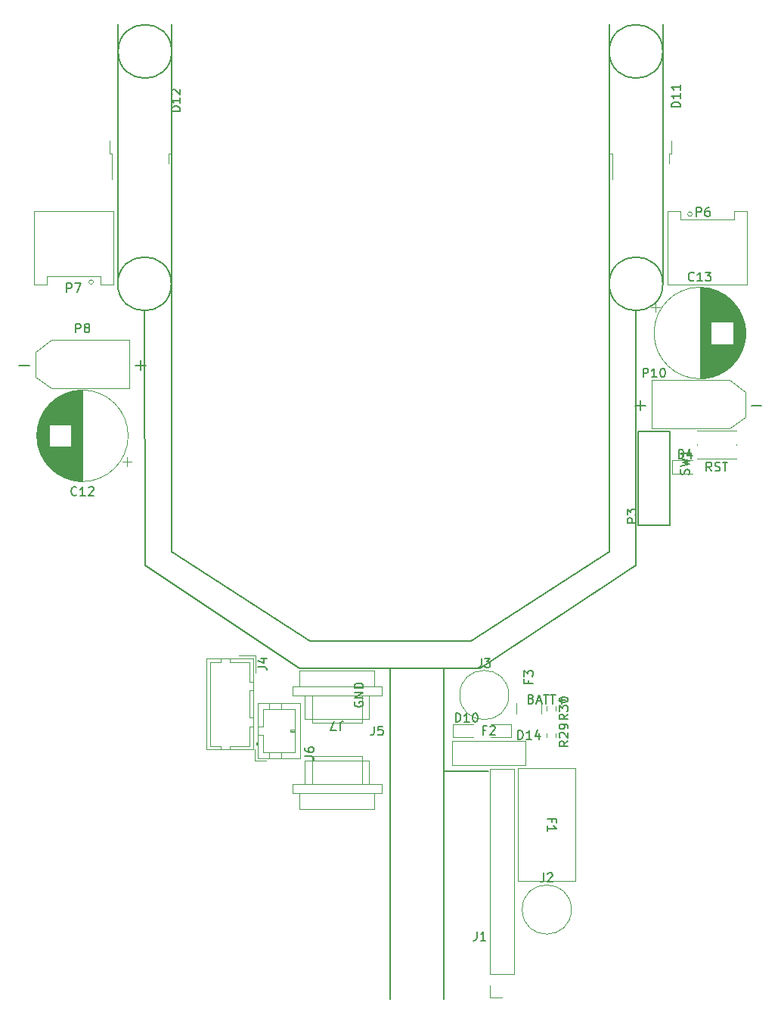
<source format=gbr>
G04 #@! TF.GenerationSoftware,KiCad,Pcbnew,(6.0.8)*
G04 #@! TF.CreationDate,2022-11-30T08:40:48+09:00*
G04 #@! TF.ProjectId,ORION_boost_v3,4f52494f-4e5f-4626-9f6f-73745f76332e,rev?*
G04 #@! TF.SameCoordinates,Original*
G04 #@! TF.FileFunction,Legend,Top*
G04 #@! TF.FilePolarity,Positive*
%FSLAX46Y46*%
G04 Gerber Fmt 4.6, Leading zero omitted, Abs format (unit mm)*
G04 Created by KiCad (PCBNEW (6.0.8)) date 2022-11-30 08:40:48*
%MOMM*%
%LPD*%
G01*
G04 APERTURE LIST*
%ADD10C,0.150000*%
%ADD11C,0.120000*%
%ADD12C,0.200000*%
G04 APERTURE END LIST*
D10*
X100500000Y-109000000D02*
X100500000Y-50000000D01*
X125000000Y-122000000D02*
X125000000Y-159000000D01*
X116000000Y-119000000D02*
X134000000Y-119000000D01*
X149500000Y-50000000D02*
X149500000Y-109000000D01*
X100500000Y-53000000D02*
G75*
G03*
X100500000Y-53000000I-3000000J0D01*
G01*
X155500000Y-53000000D02*
G75*
G03*
X155500000Y-53000000I-3000000J0D01*
G01*
X155500000Y-79000000D02*
G75*
G03*
X155500000Y-79000000I-3000000J0D01*
G01*
X100460000Y-79000000D02*
G75*
G03*
X100460000Y-79000000I-3000000J0D01*
G01*
X97460000Y-82000000D02*
X97500000Y-110500000D01*
X97500000Y-110500000D02*
X114800000Y-122000000D01*
X152500000Y-110500000D02*
X135000000Y-122000000D01*
X155500000Y-79000000D02*
X155500000Y-50000000D01*
X116000000Y-119000000D02*
X100500000Y-109000000D01*
X134000000Y-119000000D02*
X149500000Y-109000000D01*
X114800000Y-122000000D02*
X135000000Y-122000000D01*
X131000000Y-133500000D02*
X136000000Y-133500000D01*
X94500000Y-50000000D02*
X94460000Y-79000000D01*
X131000000Y-159000000D02*
X131000000Y-122000000D01*
X152500000Y-82000000D02*
X152500000Y-110500000D01*
X140761904Y-125428571D02*
X140904761Y-125476190D01*
X140952380Y-125523809D01*
X141000000Y-125619047D01*
X141000000Y-125761904D01*
X140952380Y-125857142D01*
X140904761Y-125904761D01*
X140809523Y-125952380D01*
X140428571Y-125952380D01*
X140428571Y-124952380D01*
X140761904Y-124952380D01*
X140857142Y-125000000D01*
X140904761Y-125047619D01*
X140952380Y-125142857D01*
X140952380Y-125238095D01*
X140904761Y-125333333D01*
X140857142Y-125380952D01*
X140761904Y-125428571D01*
X140428571Y-125428571D01*
X141380952Y-125666666D02*
X141857142Y-125666666D01*
X141285714Y-125952380D02*
X141619047Y-124952380D01*
X141952380Y-125952380D01*
X142142857Y-124952380D02*
X142714285Y-124952380D01*
X142428571Y-125952380D02*
X142428571Y-124952380D01*
X142904761Y-124952380D02*
X143476190Y-124952380D01*
X143190476Y-125952380D02*
X143190476Y-124952380D01*
X143809523Y-125571428D02*
X144571428Y-125571428D01*
X144190476Y-125952380D02*
X144190476Y-125190476D01*
X160952380Y-99952380D02*
X160619047Y-99476190D01*
X160380952Y-99952380D02*
X160380952Y-98952380D01*
X160761904Y-98952380D01*
X160857142Y-99000000D01*
X160904761Y-99047619D01*
X160952380Y-99142857D01*
X160952380Y-99285714D01*
X160904761Y-99380952D01*
X160857142Y-99428571D01*
X160761904Y-99476190D01*
X160380952Y-99476190D01*
X161333333Y-99904761D02*
X161476190Y-99952380D01*
X161714285Y-99952380D01*
X161809523Y-99904761D01*
X161857142Y-99857142D01*
X161904761Y-99761904D01*
X161904761Y-99666666D01*
X161857142Y-99571428D01*
X161809523Y-99523809D01*
X161714285Y-99476190D01*
X161523809Y-99428571D01*
X161428571Y-99380952D01*
X161380952Y-99333333D01*
X161333333Y-99238095D01*
X161333333Y-99142857D01*
X161380952Y-99047619D01*
X161428571Y-99000000D01*
X161523809Y-98952380D01*
X161761904Y-98952380D01*
X161904761Y-99000000D01*
X162190476Y-98952380D02*
X162761904Y-98952380D01*
X162476190Y-99952380D02*
X162476190Y-98952380D01*
X121000000Y-125761904D02*
X120952380Y-125857142D01*
X120952380Y-126000000D01*
X121000000Y-126142857D01*
X121095238Y-126238095D01*
X121190476Y-126285714D01*
X121380952Y-126333333D01*
X121523809Y-126333333D01*
X121714285Y-126285714D01*
X121809523Y-126238095D01*
X121904761Y-126142857D01*
X121952380Y-126000000D01*
X121952380Y-125904761D01*
X121904761Y-125761904D01*
X121857142Y-125714285D01*
X121523809Y-125714285D01*
X121523809Y-125904761D01*
X121952380Y-125285714D02*
X120952380Y-125285714D01*
X121952380Y-124714285D01*
X120952380Y-124714285D01*
X121952380Y-124238095D02*
X120952380Y-124238095D01*
X120952380Y-124000000D01*
X121000000Y-123857142D01*
X121095238Y-123761904D01*
X121190476Y-123714285D01*
X121380952Y-123666666D01*
X121523809Y-123666666D01*
X121714285Y-123714285D01*
X121809523Y-123761904D01*
X121904761Y-123857142D01*
X121952380Y-124000000D01*
X121952380Y-124238095D01*
X159261904Y-71452380D02*
X159261904Y-70452380D01*
X159642857Y-70452380D01*
X159738095Y-70500000D01*
X159785714Y-70547619D01*
X159833333Y-70642857D01*
X159833333Y-70785714D01*
X159785714Y-70880952D01*
X159738095Y-70928571D01*
X159642857Y-70976190D01*
X159261904Y-70976190D01*
X160690476Y-70452380D02*
X160500000Y-70452380D01*
X160404761Y-70500000D01*
X160357142Y-70547619D01*
X160261904Y-70690476D01*
X160214285Y-70880952D01*
X160214285Y-71261904D01*
X160261904Y-71357142D01*
X160309523Y-71404761D01*
X160404761Y-71452380D01*
X160595238Y-71452380D01*
X160690476Y-71404761D01*
X160738095Y-71357142D01*
X160785714Y-71261904D01*
X160785714Y-71023809D01*
X160738095Y-70928571D01*
X160690476Y-70880952D01*
X160595238Y-70833333D01*
X160404761Y-70833333D01*
X160309523Y-70880952D01*
X160261904Y-70928571D01*
X160214285Y-71023809D01*
X89761904Y-84452380D02*
X89761904Y-83452380D01*
X90142857Y-83452380D01*
X90238095Y-83500000D01*
X90285714Y-83547619D01*
X90333333Y-83642857D01*
X90333333Y-83785714D01*
X90285714Y-83880952D01*
X90238095Y-83928571D01*
X90142857Y-83976190D01*
X89761904Y-83976190D01*
X90904761Y-83880952D02*
X90809523Y-83833333D01*
X90761904Y-83785714D01*
X90714285Y-83690476D01*
X90714285Y-83642857D01*
X90761904Y-83547619D01*
X90809523Y-83500000D01*
X90904761Y-83452380D01*
X91095238Y-83452380D01*
X91190476Y-83500000D01*
X91238095Y-83547619D01*
X91285714Y-83642857D01*
X91285714Y-83690476D01*
X91238095Y-83785714D01*
X91190476Y-83833333D01*
X91095238Y-83880952D01*
X90904761Y-83880952D01*
X90809523Y-83928571D01*
X90761904Y-83976190D01*
X90714285Y-84071428D01*
X90714285Y-84261904D01*
X90761904Y-84357142D01*
X90809523Y-84404761D01*
X90904761Y-84452380D01*
X91095238Y-84452380D01*
X91190476Y-84404761D01*
X91238095Y-84357142D01*
X91285714Y-84261904D01*
X91285714Y-84071428D01*
X91238095Y-83976190D01*
X91190476Y-83928571D01*
X91095238Y-83880952D01*
X96428571Y-88107142D02*
X97571428Y-88107142D01*
X97000000Y-88678571D02*
X97000000Y-87535714D01*
X83428571Y-88107142D02*
X84571428Y-88107142D01*
X119333333Y-128958619D02*
X119333333Y-128244333D01*
X119380952Y-128101476D01*
X119476190Y-128006238D01*
X119619047Y-127958619D01*
X119714285Y-127958619D01*
X118952380Y-128958619D02*
X118285714Y-128958619D01*
X118714285Y-127958619D01*
X110152380Y-121833333D02*
X110866666Y-121833333D01*
X111009523Y-121880952D01*
X111104761Y-121976190D01*
X111152380Y-122119047D01*
X111152380Y-122214285D01*
X110485714Y-120928571D02*
X111152380Y-120928571D01*
X110104761Y-121166666D02*
X110819047Y-121404761D01*
X110819047Y-120785714D01*
X157452380Y-59214285D02*
X156452380Y-59214285D01*
X156452380Y-58976190D01*
X156500000Y-58833333D01*
X156595238Y-58738095D01*
X156690476Y-58690476D01*
X156880952Y-58642857D01*
X157023809Y-58642857D01*
X157214285Y-58690476D01*
X157309523Y-58738095D01*
X157404761Y-58833333D01*
X157452380Y-58976190D01*
X157452380Y-59214285D01*
X157452380Y-57690476D02*
X157452380Y-58261904D01*
X157452380Y-57976190D02*
X156452380Y-57976190D01*
X156595238Y-58071428D01*
X156690476Y-58166666D01*
X156738095Y-58261904D01*
X157452380Y-56738095D02*
X157452380Y-57309523D01*
X157452380Y-57023809D02*
X156452380Y-57023809D01*
X156595238Y-57119047D01*
X156690476Y-57214285D01*
X156738095Y-57309523D01*
X144882380Y-127142857D02*
X144406190Y-127476190D01*
X144882380Y-127714285D02*
X143882380Y-127714285D01*
X143882380Y-127333333D01*
X143930000Y-127238095D01*
X143977619Y-127190476D01*
X144072857Y-127142857D01*
X144215714Y-127142857D01*
X144310952Y-127190476D01*
X144358571Y-127238095D01*
X144406190Y-127333333D01*
X144406190Y-127714285D01*
X143882380Y-126809523D02*
X143882380Y-126190476D01*
X144263333Y-126523809D01*
X144263333Y-126380952D01*
X144310952Y-126285714D01*
X144358571Y-126238095D01*
X144453809Y-126190476D01*
X144691904Y-126190476D01*
X144787142Y-126238095D01*
X144834761Y-126285714D01*
X144882380Y-126380952D01*
X144882380Y-126666666D01*
X144834761Y-126761904D01*
X144787142Y-126809523D01*
X143882380Y-125571428D02*
X143882380Y-125476190D01*
X143930000Y-125380952D01*
X143977619Y-125333333D01*
X144072857Y-125285714D01*
X144263333Y-125238095D01*
X144501428Y-125238095D01*
X144691904Y-125285714D01*
X144787142Y-125333333D01*
X144834761Y-125380952D01*
X144882380Y-125476190D01*
X144882380Y-125571428D01*
X144834761Y-125666666D01*
X144787142Y-125714285D01*
X144691904Y-125761904D01*
X144501428Y-125809523D01*
X144263333Y-125809523D01*
X144072857Y-125761904D01*
X143977619Y-125714285D01*
X143930000Y-125666666D01*
X143882380Y-125571428D01*
X144882380Y-130142857D02*
X144406190Y-130476190D01*
X144882380Y-130714285D02*
X143882380Y-130714285D01*
X143882380Y-130333333D01*
X143930000Y-130238095D01*
X143977619Y-130190476D01*
X144072857Y-130142857D01*
X144215714Y-130142857D01*
X144310952Y-130190476D01*
X144358571Y-130238095D01*
X144406190Y-130333333D01*
X144406190Y-130714285D01*
X143977619Y-129761904D02*
X143930000Y-129714285D01*
X143882380Y-129619047D01*
X143882380Y-129380952D01*
X143930000Y-129285714D01*
X143977619Y-129238095D01*
X144072857Y-129190476D01*
X144168095Y-129190476D01*
X144310952Y-129238095D01*
X144882380Y-129809523D01*
X144882380Y-129190476D01*
X144882380Y-128714285D02*
X144882380Y-128523809D01*
X144834761Y-128428571D01*
X144787142Y-128380952D01*
X144644285Y-128285714D01*
X144453809Y-128238095D01*
X144072857Y-128238095D01*
X143977619Y-128285714D01*
X143930000Y-128333333D01*
X143882380Y-128428571D01*
X143882380Y-128619047D01*
X143930000Y-128714285D01*
X143977619Y-128761904D01*
X144072857Y-128809523D01*
X144310952Y-128809523D01*
X144406190Y-128761904D01*
X144453809Y-128714285D01*
X144501428Y-128619047D01*
X144501428Y-128428571D01*
X144453809Y-128333333D01*
X144406190Y-128285714D01*
X144310952Y-128238095D01*
X135666666Y-128928571D02*
X135333333Y-128928571D01*
X135333333Y-129452380D02*
X135333333Y-128452380D01*
X135809523Y-128452380D01*
X136142857Y-128547619D02*
X136190476Y-128500000D01*
X136285714Y-128452380D01*
X136523809Y-128452380D01*
X136619047Y-128500000D01*
X136666666Y-128547619D01*
X136714285Y-128642857D01*
X136714285Y-128738095D01*
X136666666Y-128880952D01*
X136095238Y-129452380D01*
X136714285Y-129452380D01*
X134666666Y-151452380D02*
X134666666Y-152166666D01*
X134619047Y-152309523D01*
X134523809Y-152404761D01*
X134380952Y-152452380D01*
X134285714Y-152452380D01*
X135666666Y-152452380D02*
X135095238Y-152452380D01*
X135380952Y-152452380D02*
X135380952Y-151452380D01*
X135285714Y-151595238D01*
X135190476Y-151690476D01*
X135095238Y-151738095D01*
X140428571Y-123333333D02*
X140428571Y-123666666D01*
X140952380Y-123666666D02*
X139952380Y-123666666D01*
X139952380Y-123190476D01*
X139952380Y-122904761D02*
X139952380Y-122285714D01*
X140333333Y-122619047D01*
X140333333Y-122476190D01*
X140380952Y-122380952D01*
X140428571Y-122333333D01*
X140523809Y-122285714D01*
X140761904Y-122285714D01*
X140857142Y-122333333D01*
X140904761Y-122380952D01*
X140952380Y-122476190D01*
X140952380Y-122761904D01*
X140904761Y-122857142D01*
X140857142Y-122904761D01*
X142166666Y-144904380D02*
X142166666Y-145618666D01*
X142119047Y-145761523D01*
X142023809Y-145856761D01*
X141880952Y-145904380D01*
X141785714Y-145904380D01*
X142595238Y-144999619D02*
X142642857Y-144952000D01*
X142738095Y-144904380D01*
X142976190Y-144904380D01*
X143071428Y-144952000D01*
X143119047Y-144999619D01*
X143166666Y-145094857D01*
X143166666Y-145190095D01*
X143119047Y-145332952D01*
X142547619Y-145904380D01*
X143166666Y-145904380D01*
X139285714Y-129952380D02*
X139285714Y-128952380D01*
X139523809Y-128952380D01*
X139666666Y-129000000D01*
X139761904Y-129095238D01*
X139809523Y-129190476D01*
X139857142Y-129380952D01*
X139857142Y-129523809D01*
X139809523Y-129714285D01*
X139761904Y-129809523D01*
X139666666Y-129904761D01*
X139523809Y-129952380D01*
X139285714Y-129952380D01*
X140809523Y-129952380D02*
X140238095Y-129952380D01*
X140523809Y-129952380D02*
X140523809Y-128952380D01*
X140428571Y-129095238D01*
X140333333Y-129190476D01*
X140238095Y-129238095D01*
X141666666Y-129285714D02*
X141666666Y-129952380D01*
X141428571Y-128904761D02*
X141190476Y-129619047D01*
X141809523Y-129619047D01*
X153285714Y-89452380D02*
X153285714Y-88452380D01*
X153666666Y-88452380D01*
X153761904Y-88500000D01*
X153809523Y-88547619D01*
X153857142Y-88642857D01*
X153857142Y-88785714D01*
X153809523Y-88880952D01*
X153761904Y-88928571D01*
X153666666Y-88976190D01*
X153285714Y-88976190D01*
X154809523Y-89452380D02*
X154238095Y-89452380D01*
X154523809Y-89452380D02*
X154523809Y-88452380D01*
X154428571Y-88595238D01*
X154333333Y-88690476D01*
X154238095Y-88738095D01*
X155428571Y-88452380D02*
X155523809Y-88452380D01*
X155619047Y-88500000D01*
X155666666Y-88547619D01*
X155714285Y-88642857D01*
X155761904Y-88833333D01*
X155761904Y-89071428D01*
X155714285Y-89261904D01*
X155666666Y-89357142D01*
X155619047Y-89404761D01*
X155523809Y-89452380D01*
X155428571Y-89452380D01*
X155333333Y-89404761D01*
X155285714Y-89357142D01*
X155238095Y-89261904D01*
X155190476Y-89071428D01*
X155190476Y-88833333D01*
X155238095Y-88642857D01*
X155285714Y-88547619D01*
X155333333Y-88500000D01*
X155428571Y-88452380D01*
X165428571Y-92607142D02*
X166571428Y-92607142D01*
X152428571Y-92607142D02*
X153571428Y-92607142D01*
X153000000Y-93178571D02*
X153000000Y-92035714D01*
X157261904Y-98522380D02*
X157261904Y-97522380D01*
X157500000Y-97522380D01*
X157642857Y-97570000D01*
X157738095Y-97665238D01*
X157785714Y-97760476D01*
X157833333Y-97950952D01*
X157833333Y-98093809D01*
X157785714Y-98284285D01*
X157738095Y-98379523D01*
X157642857Y-98474761D01*
X157500000Y-98522380D01*
X157261904Y-98522380D01*
X158690476Y-97855714D02*
X158690476Y-98522380D01*
X158452380Y-97474761D02*
X158214285Y-98189047D01*
X158833333Y-98189047D01*
X143071428Y-139166666D02*
X143071428Y-138833333D01*
X142547619Y-138833333D02*
X143547619Y-138833333D01*
X143547619Y-139309523D01*
X142547619Y-140214285D02*
X142547619Y-139642857D01*
X142547619Y-139928571D02*
X143547619Y-139928571D01*
X143404761Y-139833333D01*
X143309523Y-139738095D01*
X143261904Y-139642857D01*
X132285714Y-128022380D02*
X132285714Y-127022380D01*
X132523809Y-127022380D01*
X132666666Y-127070000D01*
X132761904Y-127165238D01*
X132809523Y-127260476D01*
X132857142Y-127450952D01*
X132857142Y-127593809D01*
X132809523Y-127784285D01*
X132761904Y-127879523D01*
X132666666Y-127974761D01*
X132523809Y-128022380D01*
X132285714Y-128022380D01*
X133809523Y-128022380D02*
X133238095Y-128022380D01*
X133523809Y-128022380D02*
X133523809Y-127022380D01*
X133428571Y-127165238D01*
X133333333Y-127260476D01*
X133238095Y-127308095D01*
X134428571Y-127022380D02*
X134523809Y-127022380D01*
X134619047Y-127070000D01*
X134666666Y-127117619D01*
X134714285Y-127212857D01*
X134761904Y-127403333D01*
X134761904Y-127641428D01*
X134714285Y-127831904D01*
X134666666Y-127927142D01*
X134619047Y-127974761D01*
X134523809Y-128022380D01*
X134428571Y-128022380D01*
X134333333Y-127974761D01*
X134285714Y-127927142D01*
X134238095Y-127831904D01*
X134190476Y-127641428D01*
X134190476Y-127403333D01*
X134238095Y-127212857D01*
X134285714Y-127117619D01*
X134333333Y-127070000D01*
X134428571Y-127022380D01*
X135166666Y-120904380D02*
X135166666Y-121618666D01*
X135119047Y-121761523D01*
X135023809Y-121856761D01*
X134880952Y-121904380D01*
X134785714Y-121904380D01*
X135547619Y-120904380D02*
X136166666Y-120904380D01*
X135833333Y-121285333D01*
X135976190Y-121285333D01*
X136071428Y-121332952D01*
X136119047Y-121380571D01*
X136166666Y-121475809D01*
X136166666Y-121713904D01*
X136119047Y-121809142D01*
X136071428Y-121856761D01*
X135976190Y-121904380D01*
X135690476Y-121904380D01*
X135595238Y-121856761D01*
X135547619Y-121809142D01*
X158989465Y-78607142D02*
X158941846Y-78654761D01*
X158798989Y-78702380D01*
X158703751Y-78702380D01*
X158560894Y-78654761D01*
X158465656Y-78559523D01*
X158418037Y-78464285D01*
X158370418Y-78273809D01*
X158370418Y-78130952D01*
X158418037Y-77940476D01*
X158465656Y-77845238D01*
X158560894Y-77750000D01*
X158703751Y-77702380D01*
X158798989Y-77702380D01*
X158941846Y-77750000D01*
X158989465Y-77797619D01*
X159941846Y-78702380D02*
X159370418Y-78702380D01*
X159656132Y-78702380D02*
X159656132Y-77702380D01*
X159560894Y-77845238D01*
X159465656Y-77940476D01*
X159370418Y-77988095D01*
X160275180Y-77702380D02*
X160894227Y-77702380D01*
X160560894Y-78083333D01*
X160703751Y-78083333D01*
X160798989Y-78130952D01*
X160846608Y-78178571D01*
X160894227Y-78273809D01*
X160894227Y-78511904D01*
X160846608Y-78607142D01*
X160798989Y-78654761D01*
X160703751Y-78702380D01*
X160418037Y-78702380D01*
X160322799Y-78654761D01*
X160275180Y-78607142D01*
X88761904Y-79952380D02*
X88761904Y-78952380D01*
X89142857Y-78952380D01*
X89238095Y-79000000D01*
X89285714Y-79047619D01*
X89333333Y-79142857D01*
X89333333Y-79285714D01*
X89285714Y-79380952D01*
X89238095Y-79428571D01*
X89142857Y-79476190D01*
X88761904Y-79476190D01*
X89666666Y-78952380D02*
X90333333Y-78952380D01*
X89904761Y-79952380D01*
X89857142Y-102607142D02*
X89809523Y-102654761D01*
X89666666Y-102702380D01*
X89571428Y-102702380D01*
X89428571Y-102654761D01*
X89333333Y-102559523D01*
X89285714Y-102464285D01*
X89238095Y-102273809D01*
X89238095Y-102130952D01*
X89285714Y-101940476D01*
X89333333Y-101845238D01*
X89428571Y-101750000D01*
X89571428Y-101702380D01*
X89666666Y-101702380D01*
X89809523Y-101750000D01*
X89857142Y-101797619D01*
X90809523Y-102702380D02*
X90238095Y-102702380D01*
X90523809Y-102702380D02*
X90523809Y-101702380D01*
X90428571Y-101845238D01*
X90333333Y-101940476D01*
X90238095Y-101988095D01*
X91190476Y-101797619D02*
X91238095Y-101750000D01*
X91333333Y-101702380D01*
X91571428Y-101702380D01*
X91666666Y-101750000D01*
X91714285Y-101797619D01*
X91761904Y-101892857D01*
X91761904Y-101988095D01*
X91714285Y-102130952D01*
X91142857Y-102702380D01*
X91761904Y-102702380D01*
X101452380Y-59714285D02*
X100452380Y-59714285D01*
X100452380Y-59476190D01*
X100500000Y-59333333D01*
X100595238Y-59238095D01*
X100690476Y-59190476D01*
X100880952Y-59142857D01*
X101023809Y-59142857D01*
X101214285Y-59190476D01*
X101309523Y-59238095D01*
X101404761Y-59333333D01*
X101452380Y-59476190D01*
X101452380Y-59714285D01*
X101452380Y-58190476D02*
X101452380Y-58761904D01*
X101452380Y-58476190D02*
X100452380Y-58476190D01*
X100595238Y-58571428D01*
X100690476Y-58666666D01*
X100738095Y-58761904D01*
X100547619Y-57809523D02*
X100500000Y-57761904D01*
X100452380Y-57666666D01*
X100452380Y-57428571D01*
X100500000Y-57333333D01*
X100547619Y-57285714D01*
X100642857Y-57238095D01*
X100738095Y-57238095D01*
X100880952Y-57285714D01*
X101452380Y-57857142D01*
X101452380Y-57238095D01*
X152502380Y-105738095D02*
X151502380Y-105738095D01*
X151502380Y-105357142D01*
X151550000Y-105261904D01*
X151597619Y-105214285D01*
X151692857Y-105166666D01*
X151835714Y-105166666D01*
X151930952Y-105214285D01*
X151978571Y-105261904D01*
X152026190Y-105357142D01*
X152026190Y-105738095D01*
X151502380Y-104833333D02*
X151502380Y-104214285D01*
X151883333Y-104547619D01*
X151883333Y-104404761D01*
X151930952Y-104309523D01*
X151978571Y-104261904D01*
X152073809Y-104214285D01*
X152311904Y-104214285D01*
X152407142Y-104261904D01*
X152454761Y-104309523D01*
X152502380Y-104404761D01*
X152502380Y-104690476D01*
X152454761Y-104785714D01*
X152407142Y-104833333D01*
X123166666Y-128501380D02*
X123166666Y-129215666D01*
X123119047Y-129358523D01*
X123023809Y-129453761D01*
X122880952Y-129501380D01*
X122785714Y-129501380D01*
X124119047Y-128501380D02*
X123642857Y-128501380D01*
X123595238Y-128977571D01*
X123642857Y-128929952D01*
X123738095Y-128882333D01*
X123976190Y-128882333D01*
X124071428Y-128929952D01*
X124119047Y-128977571D01*
X124166666Y-129072809D01*
X124166666Y-129310904D01*
X124119047Y-129406142D01*
X124071428Y-129453761D01*
X123976190Y-129501380D01*
X123738095Y-129501380D01*
X123642857Y-129453761D01*
X123595238Y-129406142D01*
X115402380Y-131833333D02*
X116116666Y-131833333D01*
X116259523Y-131880952D01*
X116354761Y-131976190D01*
X116402380Y-132119047D01*
X116402380Y-132214285D01*
X115402380Y-130928571D02*
X115402380Y-131119047D01*
X115450000Y-131214285D01*
X115497619Y-131261904D01*
X115640476Y-131357142D01*
X115830952Y-131404761D01*
X116211904Y-131404761D01*
X116307142Y-131357142D01*
X116354761Y-131309523D01*
X116402380Y-131214285D01*
X116402380Y-131023809D01*
X116354761Y-130928571D01*
X116307142Y-130880952D01*
X116211904Y-130833333D01*
X115973809Y-130833333D01*
X115878571Y-130880952D01*
X115830952Y-130928571D01*
X115783333Y-131023809D01*
X115783333Y-131214285D01*
X115830952Y-131309523D01*
X115878571Y-131357142D01*
X115973809Y-131404761D01*
X158404761Y-100333333D02*
X158452380Y-100190476D01*
X158452380Y-99952380D01*
X158404761Y-99857142D01*
X158357142Y-99809523D01*
X158261904Y-99761904D01*
X158166666Y-99761904D01*
X158071428Y-99809523D01*
X158023809Y-99857142D01*
X157976190Y-99952380D01*
X157928571Y-100142857D01*
X157880952Y-100238095D01*
X157833333Y-100285714D01*
X157738095Y-100333333D01*
X157642857Y-100333333D01*
X157547619Y-100285714D01*
X157500000Y-100238095D01*
X157452380Y-100142857D01*
X157452380Y-99904761D01*
X157500000Y-99761904D01*
X157452380Y-99428571D02*
X158452380Y-99190476D01*
X157738095Y-99000000D01*
X158452380Y-98809523D01*
X157452380Y-98571428D01*
X158452380Y-97666666D02*
X158452380Y-98238095D01*
X158452380Y-97952380D02*
X157452380Y-97952380D01*
X157595238Y-98047619D01*
X157690476Y-98142857D01*
X157738095Y-98238095D01*
D11*
X156060000Y-70890000D02*
X157480000Y-70890000D01*
X160500000Y-79110000D02*
X164940000Y-79110000D01*
X163520000Y-71840000D02*
X160500000Y-71840000D01*
X163520000Y-70890000D02*
X163520000Y-71840000D01*
X157480000Y-71840000D02*
X160500000Y-71840000D01*
X157480000Y-70890000D02*
X157480000Y-71840000D01*
X164940000Y-79110000D02*
X164940000Y-70890000D01*
X156060000Y-79110000D02*
X156060000Y-70890000D01*
X160500000Y-79110000D02*
X156060000Y-79110000D01*
X164940000Y-70890000D02*
X163520000Y-70890000D01*
X158770000Y-71200000D02*
G75*
G03*
X158770000Y-71200000I-250000J0D01*
G01*
X95710000Y-85290000D02*
X95710000Y-90710000D01*
X85290000Y-86590000D02*
X86990000Y-85290000D01*
X86990000Y-85290000D02*
X95710000Y-85290000D01*
X85290000Y-86590000D02*
X85290000Y-89410000D01*
X86990000Y-90710000D02*
X95710000Y-90710000D01*
X85290000Y-89410000D02*
X86990000Y-90710000D01*
X121800000Y-134951000D02*
X116200000Y-134951000D01*
X116200000Y-134951000D02*
X116200000Y-131851000D01*
X116200000Y-131851000D02*
X121800000Y-131851000D01*
X121800000Y-131851000D02*
X121800000Y-134951000D01*
X114000000Y-134951000D02*
X124000000Y-134951000D01*
X124000000Y-134951000D02*
X124000000Y-135951000D01*
X124000000Y-135951000D02*
X114000000Y-135951000D01*
X114000000Y-135951000D02*
X114000000Y-134951000D01*
X123200000Y-137751000D02*
X114800000Y-137751000D01*
X114800000Y-137751000D02*
X114800000Y-135951000D01*
X114800000Y-135951000D02*
X123200000Y-135951000D01*
X123200000Y-135951000D02*
X123200000Y-137751000D01*
X122600000Y-134951000D02*
X115400000Y-134951000D01*
X115400000Y-134951000D02*
X115400000Y-132351000D01*
X115400000Y-132351000D02*
X122600000Y-132351000D01*
X122600000Y-132351000D02*
X122600000Y-134951000D01*
X109600000Y-120900000D02*
X104400000Y-120900000D01*
X107000000Y-121300000D02*
X109200000Y-121300000D01*
X107000000Y-120900000D02*
X107000000Y-121300000D01*
X109200000Y-123500000D02*
X109600000Y-123500000D01*
X109200000Y-127500000D02*
X109600000Y-127500000D01*
X107000000Y-131100000D02*
X107000000Y-130700000D01*
X106000000Y-120900000D02*
X106000000Y-121300000D01*
X109200000Y-121300000D02*
X109200000Y-123500000D01*
X109600000Y-124500000D02*
X109200000Y-124500000D01*
X108000000Y-120590000D02*
X109910000Y-120590000D01*
X109600000Y-131100000D02*
X109600000Y-120900000D01*
X109910000Y-120590000D02*
X109910000Y-122500000D01*
X109200000Y-130700000D02*
X109200000Y-128500000D01*
X106000000Y-130700000D02*
X106000000Y-131100000D01*
X104400000Y-131100000D02*
X109600000Y-131100000D01*
X104800000Y-130700000D02*
X106000000Y-130700000D01*
X109200000Y-124500000D02*
X109200000Y-127500000D01*
X106000000Y-121300000D02*
X104800000Y-121300000D01*
X104800000Y-121300000D02*
X104800000Y-130700000D01*
X107000000Y-130700000D02*
X109200000Y-130700000D01*
X109200000Y-128500000D02*
X109600000Y-128500000D01*
X104400000Y-120900000D02*
X104400000Y-131100000D01*
X156180000Y-64470000D02*
X156180000Y-65570000D01*
X156450000Y-62970000D02*
X156450000Y-64470000D01*
X156450000Y-64470000D02*
X156180000Y-64470000D01*
X149820000Y-64470000D02*
X149820000Y-67300000D01*
X149550000Y-62970000D02*
X149550000Y-64470000D01*
X149550000Y-64470000D02*
X149820000Y-64470000D01*
X143522500Y-126262742D02*
X143522500Y-126737258D01*
X142477500Y-126262742D02*
X142477500Y-126737258D01*
X143522500Y-129262742D02*
X143522500Y-129737258D01*
X142477500Y-129262742D02*
X142477500Y-129737258D01*
X131880000Y-132870000D02*
X140120000Y-132870000D01*
X131880000Y-130130000D02*
X140120000Y-130130000D01*
X140120000Y-130130000D02*
X140120000Y-132870000D01*
X131880000Y-130130000D02*
X131880000Y-132870000D01*
X136170000Y-158830000D02*
X136170000Y-157500000D01*
X138830000Y-156230000D02*
X136170000Y-156230000D01*
X138830000Y-156230000D02*
X138830000Y-133310000D01*
X138830000Y-133310000D02*
X136170000Y-133310000D01*
X137500000Y-158830000D02*
X136170000Y-158830000D01*
X136170000Y-156230000D02*
X136170000Y-133310000D01*
X141860000Y-127102064D02*
X141860000Y-125897936D01*
X139140000Y-127102064D02*
X139140000Y-125897936D01*
X145250000Y-149000000D02*
G75*
G03*
X145250000Y-149000000I-2750000J0D01*
G01*
X138485000Y-129735000D02*
X138485000Y-128265000D01*
X136200000Y-129735000D02*
X138485000Y-129735000D01*
X138485000Y-128265000D02*
X136200000Y-128265000D01*
X164710000Y-91090000D02*
X163010000Y-89790000D01*
X163010000Y-95210000D02*
X154290000Y-95210000D01*
X163010000Y-89790000D02*
X154290000Y-89790000D01*
X164710000Y-93910000D02*
X163010000Y-95210000D01*
X164710000Y-93910000D02*
X164710000Y-91090000D01*
X154290000Y-95210000D02*
X154290000Y-89790000D01*
X156515000Y-98765000D02*
X156515000Y-100235000D01*
X158800000Y-98765000D02*
X156515000Y-98765000D01*
X156515000Y-100235000D02*
X158800000Y-100235000D01*
X145700000Y-133200000D02*
X139300000Y-133200000D01*
X139300000Y-133200000D02*
X139300000Y-145800000D01*
X139300000Y-145800000D02*
X145700000Y-145800000D01*
X145700000Y-145800000D02*
X145700000Y-133200000D01*
X134300000Y-128265000D02*
X132015000Y-128265000D01*
X132015000Y-129735000D02*
X134300000Y-129735000D01*
X132015000Y-128265000D02*
X132015000Y-129735000D01*
X138250000Y-125000000D02*
G75*
G03*
X138250000Y-125000000I-2750000J0D01*
G01*
X162073323Y-80038000D02*
X162073323Y-83259000D01*
X162993323Y-80676000D02*
X162993323Y-83259000D01*
X163153323Y-85741000D02*
X163153323Y-88179000D01*
X160032323Y-79435000D02*
X160032323Y-89565000D01*
X160633323Y-79518000D02*
X160633323Y-89482000D01*
X163153323Y-80821000D02*
X163153323Y-83259000D01*
X161233323Y-79676000D02*
X161233323Y-83259000D01*
X160192323Y-79450000D02*
X160192323Y-89550000D01*
X162273323Y-80153000D02*
X162273323Y-83259000D01*
X164513323Y-82990000D02*
X164513323Y-86010000D01*
X163633323Y-81344000D02*
X163633323Y-87656000D01*
X162513323Y-85741000D02*
X162513323Y-88694000D01*
X163793323Y-81555000D02*
X163793323Y-87445000D01*
X163393323Y-81064000D02*
X163393323Y-87936000D01*
X161353323Y-85741000D02*
X161353323Y-89283000D01*
X161753323Y-85741000D02*
X161753323Y-89121000D01*
X159832323Y-79423000D02*
X159832323Y-89577000D01*
X161793323Y-79897000D02*
X161793323Y-83259000D01*
X163673323Y-81394000D02*
X163673323Y-87606000D01*
X161993323Y-79996000D02*
X161993323Y-83259000D01*
X162393323Y-85741000D02*
X162393323Y-88773000D01*
X164593323Y-83270000D02*
X164593323Y-85730000D01*
X162833323Y-85741000D02*
X162833323Y-88457000D01*
X162193323Y-80105000D02*
X162193323Y-83259000D01*
X161833323Y-85741000D02*
X161833323Y-89084000D01*
X164673323Y-83638000D02*
X164673323Y-85362000D01*
X162753323Y-85741000D02*
X162753323Y-88520000D01*
X160553323Y-79503000D02*
X160553323Y-89497000D01*
X160793323Y-79553000D02*
X160793323Y-89447000D01*
X164713323Y-83901000D02*
X164713323Y-85099000D01*
X162593323Y-85741000D02*
X162593323Y-88638000D01*
X162033323Y-85741000D02*
X162033323Y-88983000D01*
X160473323Y-79489000D02*
X160473323Y-89511000D01*
X163593323Y-81294000D02*
X163593323Y-87706000D01*
X162473323Y-85741000D02*
X162473323Y-88721000D01*
X161593323Y-79810000D02*
X161593323Y-83259000D01*
X161673323Y-85741000D02*
X161673323Y-89157000D01*
X160593323Y-79510000D02*
X160593323Y-89490000D01*
X162113323Y-85741000D02*
X162113323Y-88940000D01*
X163033323Y-80711000D02*
X163033323Y-83259000D01*
X162113323Y-80060000D02*
X162113323Y-83259000D01*
X162713323Y-85741000D02*
X162713323Y-88550000D01*
X163233323Y-85741000D02*
X163233323Y-88101000D01*
X160112323Y-79442000D02*
X160112323Y-89558000D01*
X164633323Y-83438000D02*
X164633323Y-85562000D01*
X161913323Y-79955000D02*
X161913323Y-83259000D01*
X161433323Y-85741000D02*
X161433323Y-89254000D01*
X161713323Y-85741000D02*
X161713323Y-89139000D01*
X160953323Y-85741000D02*
X160953323Y-89407000D01*
X161473323Y-85741000D02*
X161473323Y-89238000D01*
X164153323Y-82135000D02*
X164153323Y-86865000D01*
X161313323Y-85741000D02*
X161313323Y-89297000D01*
X161553323Y-79793000D02*
X161553323Y-83259000D01*
X161513323Y-79777000D02*
X161513323Y-83259000D01*
X162033323Y-80017000D02*
X162033323Y-83259000D01*
X163473323Y-81153000D02*
X163473323Y-87847000D01*
X159912323Y-79427000D02*
X159912323Y-89573000D01*
X160913323Y-79582000D02*
X160913323Y-83259000D01*
X161393323Y-79732000D02*
X161393323Y-83259000D01*
X162393323Y-80227000D02*
X162393323Y-83259000D01*
X161473323Y-79762000D02*
X161473323Y-83259000D01*
X162913323Y-80608000D02*
X162913323Y-83259000D01*
X160673323Y-79526000D02*
X160673323Y-89474000D01*
X161673323Y-79843000D02*
X161673323Y-83259000D01*
X163193323Y-80860000D02*
X163193323Y-83259000D01*
X161993323Y-85741000D02*
X161993323Y-89004000D01*
X160312323Y-79465000D02*
X160312323Y-89535000D01*
X160072323Y-79438000D02*
X160072323Y-89562000D01*
X161913323Y-85741000D02*
X161913323Y-89045000D01*
X161953323Y-85741000D02*
X161953323Y-89025000D01*
X163033323Y-85741000D02*
X163033323Y-88289000D01*
X162153323Y-80083000D02*
X162153323Y-83259000D01*
X159872323Y-79425000D02*
X159872323Y-89575000D01*
X161033323Y-79615000D02*
X161033323Y-83259000D01*
X162593323Y-80362000D02*
X162593323Y-83259000D01*
X164353323Y-82556000D02*
X164353323Y-86444000D01*
X159672323Y-79420000D02*
X159672323Y-89580000D01*
X162793323Y-85741000D02*
X162793323Y-88489000D01*
X160232323Y-79455000D02*
X160232323Y-89545000D01*
X162833323Y-80543000D02*
X162833323Y-83259000D01*
X161873323Y-79936000D02*
X161873323Y-83259000D01*
X163113323Y-80784000D02*
X163113323Y-83259000D01*
X164233323Y-82291000D02*
X164233323Y-86709000D01*
X162433323Y-80253000D02*
X162433323Y-83259000D01*
X161713323Y-79861000D02*
X161713323Y-83259000D01*
X161633323Y-79826000D02*
X161633323Y-83259000D01*
X161513323Y-85741000D02*
X161513323Y-89223000D01*
X161433323Y-79746000D02*
X161433323Y-83259000D01*
X164193323Y-82211000D02*
X164193323Y-86789000D01*
X162473323Y-80279000D02*
X162473323Y-83259000D01*
X162553323Y-80334000D02*
X162553323Y-83259000D01*
X162193323Y-85741000D02*
X162193323Y-88895000D01*
X163073323Y-85741000D02*
X163073323Y-88253000D01*
X162633323Y-80390000D02*
X162633323Y-83259000D01*
X163873323Y-81670000D02*
X163873323Y-87330000D01*
X163833323Y-81611000D02*
X163833323Y-87389000D01*
X161593323Y-85741000D02*
X161593323Y-89190000D01*
X163993323Y-81855000D02*
X163993323Y-87145000D01*
X160713323Y-79535000D02*
X160713323Y-89465000D01*
X161073323Y-85741000D02*
X161073323Y-89374000D01*
X154152677Y-81625000D02*
X155152677Y-81625000D01*
X161153323Y-79650000D02*
X161153323Y-83259000D01*
X159752323Y-79421000D02*
X159752323Y-89579000D01*
X163513323Y-81199000D02*
X163513323Y-87801000D01*
X162873323Y-85741000D02*
X162873323Y-88425000D01*
X163313323Y-85741000D02*
X163313323Y-88020000D01*
X160913323Y-85741000D02*
X160913323Y-89418000D01*
X163953323Y-81791000D02*
X163953323Y-87209000D01*
X160433323Y-79482000D02*
X160433323Y-89518000D01*
X161793323Y-85741000D02*
X161793323Y-89103000D01*
X161273323Y-79689000D02*
X161273323Y-83259000D01*
X162553323Y-85741000D02*
X162553323Y-88666000D01*
X164113323Y-82061000D02*
X164113323Y-86939000D01*
X163113323Y-85741000D02*
X163113323Y-88216000D01*
X162913323Y-85741000D02*
X162913323Y-88392000D01*
X163433323Y-81108000D02*
X163433323Y-87892000D01*
X163753323Y-81500000D02*
X163753323Y-87500000D01*
X160152323Y-79446000D02*
X160152323Y-89554000D01*
X163913323Y-81730000D02*
X163913323Y-87270000D01*
X162273323Y-85741000D02*
X162273323Y-88847000D01*
X164433323Y-82758000D02*
X164433323Y-86242000D01*
X162433323Y-85741000D02*
X162433323Y-88747000D01*
X162233323Y-80129000D02*
X162233323Y-83259000D01*
X161953323Y-79975000D02*
X161953323Y-83259000D01*
X163193323Y-85741000D02*
X163193323Y-88140000D01*
X154652677Y-81125000D02*
X154652677Y-82125000D01*
X159792323Y-79422000D02*
X159792323Y-89578000D01*
X160953323Y-79593000D02*
X160953323Y-83259000D01*
X162633323Y-85741000D02*
X162633323Y-88610000D01*
X161113323Y-85741000D02*
X161113323Y-89362000D01*
X159712323Y-79420000D02*
X159712323Y-89580000D01*
X163273323Y-85741000D02*
X163273323Y-88061000D01*
X161633323Y-85741000D02*
X161633323Y-89174000D01*
X161313323Y-79703000D02*
X161313323Y-83259000D01*
X162313323Y-85741000D02*
X162313323Y-88823000D01*
X161873323Y-85741000D02*
X161873323Y-89064000D01*
X162673323Y-85741000D02*
X162673323Y-88580000D01*
X160753323Y-79544000D02*
X160753323Y-89456000D01*
X163273323Y-80939000D02*
X163273323Y-83259000D01*
X162753323Y-80480000D02*
X162753323Y-83259000D01*
X159632323Y-79420000D02*
X159632323Y-89580000D01*
X161753323Y-79879000D02*
X161753323Y-83259000D01*
X161153323Y-85741000D02*
X161153323Y-89350000D01*
X164393323Y-82654000D02*
X164393323Y-86346000D01*
X159952323Y-79430000D02*
X159952323Y-89570000D01*
X163553323Y-81246000D02*
X163553323Y-87754000D01*
X164553323Y-83122000D02*
X164553323Y-85878000D01*
X161193323Y-85741000D02*
X161193323Y-89337000D01*
X161553323Y-85741000D02*
X161553323Y-89207000D01*
X162673323Y-80420000D02*
X162673323Y-83259000D01*
X162513323Y-80306000D02*
X162513323Y-83259000D01*
X161033323Y-85741000D02*
X161033323Y-89385000D01*
X162353323Y-80202000D02*
X162353323Y-83259000D01*
X162153323Y-85741000D02*
X162153323Y-88917000D01*
X161833323Y-79916000D02*
X161833323Y-83259000D01*
X162073323Y-85741000D02*
X162073323Y-88962000D01*
X164313323Y-82463000D02*
X164313323Y-86537000D01*
X163073323Y-80747000D02*
X163073323Y-83259000D01*
X160833323Y-79562000D02*
X160833323Y-89438000D01*
X163713323Y-81446000D02*
X163713323Y-87554000D01*
X164473323Y-82870000D02*
X164473323Y-86130000D01*
X162873323Y-80575000D02*
X162873323Y-83259000D01*
X161353323Y-79717000D02*
X161353323Y-83259000D01*
X163313323Y-80980000D02*
X163313323Y-83259000D01*
X164073323Y-81990000D02*
X164073323Y-87010000D01*
X159992323Y-79432000D02*
X159992323Y-89568000D01*
X161393323Y-85741000D02*
X161393323Y-89268000D01*
X161233323Y-85741000D02*
X161233323Y-89324000D01*
X162353323Y-85741000D02*
X162353323Y-88798000D01*
X160993323Y-79603000D02*
X160993323Y-83259000D01*
X163233323Y-80899000D02*
X163233323Y-83259000D01*
X162793323Y-80511000D02*
X162793323Y-83259000D01*
X160873323Y-79572000D02*
X160873323Y-89428000D01*
X164273323Y-82375000D02*
X164273323Y-86625000D01*
X160513323Y-79496000D02*
X160513323Y-89504000D01*
X162953323Y-80642000D02*
X162953323Y-83259000D01*
X161273323Y-85741000D02*
X161273323Y-89311000D01*
X164033323Y-81921000D02*
X164033323Y-87079000D01*
X161193323Y-79663000D02*
X161193323Y-83259000D01*
X161113323Y-79638000D02*
X161113323Y-83259000D01*
X162993323Y-85741000D02*
X162993323Y-88324000D01*
X161073323Y-79626000D02*
X161073323Y-83259000D01*
X160393323Y-79476000D02*
X160393323Y-89524000D01*
X162713323Y-80450000D02*
X162713323Y-83259000D01*
X160272323Y-79460000D02*
X160272323Y-89540000D01*
X163353323Y-85741000D02*
X163353323Y-87978000D01*
X162953323Y-85741000D02*
X162953323Y-88358000D01*
X162233323Y-85741000D02*
X162233323Y-88871000D01*
X163353323Y-81022000D02*
X163353323Y-83259000D01*
X160353323Y-79470000D02*
X160353323Y-89530000D01*
X160993323Y-85741000D02*
X160993323Y-89397000D01*
X162313323Y-80177000D02*
X162313323Y-83259000D01*
X164752323Y-84500000D02*
G75*
G03*
X164752323Y-84500000I-5120000J0D01*
G01*
X92520000Y-78160000D02*
X89500000Y-78160000D01*
X93940000Y-70890000D02*
X93940000Y-79110000D01*
X89500000Y-70890000D02*
X85060000Y-70890000D01*
X89500000Y-70890000D02*
X93940000Y-70890000D01*
X86480000Y-79110000D02*
X86480000Y-78160000D01*
X86480000Y-78160000D02*
X89500000Y-78160000D01*
X85060000Y-70890000D02*
X85060000Y-79110000D01*
X85060000Y-79110000D02*
X86480000Y-79110000D01*
X93940000Y-79110000D02*
X92520000Y-79110000D01*
X92520000Y-79110000D02*
X92520000Y-78160000D01*
X91730000Y-78800000D02*
G75*
G03*
X91730000Y-78800000I-250000J0D01*
G01*
X88419000Y-100639000D02*
X88419000Y-97241000D01*
X87819000Y-100323000D02*
X87819000Y-97241000D01*
X90340000Y-101078000D02*
X90340000Y-90922000D01*
X87339000Y-99989000D02*
X87339000Y-97241000D01*
X85459000Y-96862000D02*
X85459000Y-95138000D01*
X88379000Y-100621000D02*
X88379000Y-97241000D01*
X86819000Y-99520000D02*
X86819000Y-97241000D01*
X87579000Y-100166000D02*
X87579000Y-97241000D01*
X88059000Y-94759000D02*
X88059000Y-91538000D01*
X89539000Y-100990000D02*
X89539000Y-91010000D01*
X89940000Y-101050000D02*
X89940000Y-90950000D01*
X89339000Y-100947000D02*
X89339000Y-91053000D01*
X87419000Y-94759000D02*
X87419000Y-91950000D01*
X88539000Y-100690000D02*
X88539000Y-97241000D01*
X87379000Y-100020000D02*
X87379000Y-97241000D01*
X87659000Y-94759000D02*
X87659000Y-91779000D01*
X85579000Y-97378000D02*
X85579000Y-94622000D01*
X85899000Y-98209000D02*
X85899000Y-93791000D01*
X87139000Y-99824000D02*
X87139000Y-97241000D01*
X95979646Y-98875000D02*
X94979646Y-98875000D01*
X86099000Y-98579000D02*
X86099000Y-93421000D01*
X86899000Y-99601000D02*
X86899000Y-97241000D01*
X87859000Y-94759000D02*
X87859000Y-91653000D01*
X89099000Y-94759000D02*
X89099000Y-91115000D01*
X89219000Y-94759000D02*
X89219000Y-91082000D01*
X88699000Y-94759000D02*
X88699000Y-91246000D01*
X87779000Y-100298000D02*
X87779000Y-97241000D01*
X86659000Y-99347000D02*
X86659000Y-92653000D01*
X87619000Y-94759000D02*
X87619000Y-91806000D01*
X87299000Y-94759000D02*
X87299000Y-92043000D01*
X88819000Y-100797000D02*
X88819000Y-97241000D01*
X87459000Y-100080000D02*
X87459000Y-97241000D01*
X86979000Y-99679000D02*
X86979000Y-97241000D01*
X88579000Y-94759000D02*
X88579000Y-91293000D01*
X87979000Y-94759000D02*
X87979000Y-91583000D01*
X89459000Y-100974000D02*
X89459000Y-91026000D01*
X88139000Y-94759000D02*
X88139000Y-91496000D01*
X88259000Y-100564000D02*
X88259000Y-97241000D01*
X87499000Y-94759000D02*
X87499000Y-91890000D01*
X88939000Y-100837000D02*
X88939000Y-97241000D01*
X88619000Y-100723000D02*
X88619000Y-97241000D01*
X89259000Y-100928000D02*
X89259000Y-91072000D01*
X87659000Y-100221000D02*
X87659000Y-97241000D01*
X85499000Y-97062000D02*
X85499000Y-94938000D01*
X89659000Y-101011000D02*
X89659000Y-90989000D01*
X86779000Y-99478000D02*
X86779000Y-97241000D01*
X89579000Y-100997000D02*
X89579000Y-91003000D01*
X88779000Y-100783000D02*
X88779000Y-97241000D01*
X87939000Y-100395000D02*
X87939000Y-97241000D01*
X87619000Y-100194000D02*
X87619000Y-97241000D01*
X95479646Y-99375000D02*
X95479646Y-98375000D01*
X88139000Y-100504000D02*
X88139000Y-97241000D01*
X86579000Y-99254000D02*
X86579000Y-92746000D01*
X88859000Y-94759000D02*
X88859000Y-91189000D01*
X88419000Y-94759000D02*
X88419000Y-91361000D01*
X87099000Y-94759000D02*
X87099000Y-92211000D01*
X89059000Y-94759000D02*
X89059000Y-91126000D01*
X87019000Y-94759000D02*
X87019000Y-92284000D01*
X86019000Y-98439000D02*
X86019000Y-93561000D01*
X86739000Y-99436000D02*
X86739000Y-92564000D01*
X87419000Y-100050000D02*
X87419000Y-97241000D01*
X87899000Y-100371000D02*
X87899000Y-97241000D01*
X88979000Y-94759000D02*
X88979000Y-91150000D01*
X87179000Y-99858000D02*
X87179000Y-97241000D01*
X90460000Y-101080000D02*
X90460000Y-90920000D01*
X87179000Y-94759000D02*
X87179000Y-92142000D01*
X87819000Y-94759000D02*
X87819000Y-91677000D01*
X87219000Y-99892000D02*
X87219000Y-97241000D01*
X89139000Y-100897000D02*
X89139000Y-97241000D01*
X87739000Y-94759000D02*
X87739000Y-91727000D01*
X88179000Y-94759000D02*
X88179000Y-91475000D01*
X90500000Y-101080000D02*
X90500000Y-90920000D01*
X88339000Y-94759000D02*
X88339000Y-91397000D01*
X86139000Y-98645000D02*
X86139000Y-93355000D01*
X89860000Y-101040000D02*
X89860000Y-90960000D01*
X89980000Y-101054000D02*
X89980000Y-90946000D01*
X86859000Y-99561000D02*
X86859000Y-97241000D01*
X89499000Y-100982000D02*
X89499000Y-91018000D01*
X89019000Y-94759000D02*
X89019000Y-91138000D01*
X87579000Y-94759000D02*
X87579000Y-91834000D01*
X87459000Y-94759000D02*
X87459000Y-91920000D01*
X88019000Y-100440000D02*
X88019000Y-97241000D01*
X87139000Y-94759000D02*
X87139000Y-92176000D01*
X89019000Y-100862000D02*
X89019000Y-97241000D01*
X88179000Y-100525000D02*
X88179000Y-97241000D01*
X87019000Y-99716000D02*
X87019000Y-97241000D01*
X87739000Y-100273000D02*
X87739000Y-97241000D01*
X85539000Y-97230000D02*
X85539000Y-94770000D01*
X90060000Y-101062000D02*
X90060000Y-90938000D01*
X86699000Y-99392000D02*
X86699000Y-92608000D01*
X85659000Y-97630000D02*
X85659000Y-94370000D01*
X87259000Y-99925000D02*
X87259000Y-97241000D01*
X88459000Y-100657000D02*
X88459000Y-97241000D01*
X87299000Y-99957000D02*
X87299000Y-97241000D01*
X87539000Y-94759000D02*
X87539000Y-91862000D01*
X86499000Y-99156000D02*
X86499000Y-92844000D01*
X87259000Y-94759000D02*
X87259000Y-92075000D01*
X87339000Y-94759000D02*
X87339000Y-92011000D01*
X88899000Y-100824000D02*
X88899000Y-97241000D01*
X88739000Y-94759000D02*
X88739000Y-91232000D01*
X86779000Y-94759000D02*
X86779000Y-92522000D01*
X86059000Y-98510000D02*
X86059000Y-93490000D01*
X89179000Y-100907000D02*
X89179000Y-97241000D01*
X89699000Y-101018000D02*
X89699000Y-90982000D01*
X86939000Y-99640000D02*
X86939000Y-97241000D01*
X87899000Y-94759000D02*
X87899000Y-91629000D01*
X90100000Y-101065000D02*
X90100000Y-90935000D01*
X88499000Y-100674000D02*
X88499000Y-97241000D01*
X87859000Y-100347000D02*
X87859000Y-97241000D01*
X87539000Y-100138000D02*
X87539000Y-97241000D01*
X89099000Y-100885000D02*
X89099000Y-97241000D01*
X90020000Y-101058000D02*
X90020000Y-90942000D01*
X86299000Y-98889000D02*
X86299000Y-93111000D01*
X85619000Y-97510000D02*
X85619000Y-94490000D01*
X86819000Y-94759000D02*
X86819000Y-92480000D01*
X88819000Y-94759000D02*
X88819000Y-91203000D01*
X86259000Y-98830000D02*
X86259000Y-93170000D01*
X88459000Y-94759000D02*
X88459000Y-91343000D01*
X89379000Y-100956000D02*
X89379000Y-91044000D01*
X88539000Y-94759000D02*
X88539000Y-91310000D01*
X87699000Y-94759000D02*
X87699000Y-91753000D01*
X86939000Y-94759000D02*
X86939000Y-92360000D01*
X88499000Y-94759000D02*
X88499000Y-91326000D01*
X88779000Y-94759000D02*
X88779000Y-91217000D01*
X88899000Y-94759000D02*
X88899000Y-91176000D01*
X88659000Y-94759000D02*
X88659000Y-91262000D01*
X85739000Y-97846000D02*
X85739000Y-94154000D01*
X87099000Y-99789000D02*
X87099000Y-97241000D01*
X88579000Y-100707000D02*
X88579000Y-97241000D01*
X87779000Y-94759000D02*
X87779000Y-91702000D01*
X88699000Y-100754000D02*
X88699000Y-97241000D01*
X89779000Y-101030000D02*
X89779000Y-90970000D01*
X86419000Y-99054000D02*
X86419000Y-92946000D01*
X88859000Y-100811000D02*
X88859000Y-97241000D01*
X86459000Y-99106000D02*
X86459000Y-92894000D01*
X86179000Y-98709000D02*
X86179000Y-93291000D01*
X89219000Y-100918000D02*
X89219000Y-97241000D01*
X87059000Y-99753000D02*
X87059000Y-97241000D01*
X88739000Y-100768000D02*
X88739000Y-97241000D01*
X89900000Y-101045000D02*
X89900000Y-90955000D01*
X89299000Y-100938000D02*
X89299000Y-91062000D01*
X86539000Y-99206000D02*
X86539000Y-92794000D01*
X88259000Y-94759000D02*
X88259000Y-91436000D01*
X90300000Y-101077000D02*
X90300000Y-90923000D01*
X89739000Y-101024000D02*
X89739000Y-90976000D01*
X90380000Y-101079000D02*
X90380000Y-90921000D01*
X89179000Y-94759000D02*
X89179000Y-91093000D01*
X88659000Y-100738000D02*
X88659000Y-97241000D01*
X87219000Y-94759000D02*
X87219000Y-92108000D01*
X86339000Y-98945000D02*
X86339000Y-93055000D01*
X86379000Y-99000000D02*
X86379000Y-93000000D01*
X86859000Y-94759000D02*
X86859000Y-92439000D01*
X89059000Y-100874000D02*
X89059000Y-97241000D01*
X87939000Y-94759000D02*
X87939000Y-91605000D01*
X87499000Y-100110000D02*
X87499000Y-97241000D01*
X89820000Y-101035000D02*
X89820000Y-90965000D01*
X85699000Y-97742000D02*
X85699000Y-94258000D01*
X86619000Y-99301000D02*
X86619000Y-92699000D01*
X89139000Y-94759000D02*
X89139000Y-91103000D01*
X86219000Y-98770000D02*
X86219000Y-93230000D01*
X88059000Y-100462000D02*
X88059000Y-97241000D01*
X89419000Y-100965000D02*
X89419000Y-91035000D01*
X90180000Y-101070000D02*
X90180000Y-90930000D01*
X90420000Y-101080000D02*
X90420000Y-90920000D01*
X88339000Y-100603000D02*
X88339000Y-97241000D01*
X88979000Y-100850000D02*
X88979000Y-97241000D01*
X89619000Y-101004000D02*
X89619000Y-90996000D01*
X86979000Y-94759000D02*
X86979000Y-92321000D01*
X88619000Y-94759000D02*
X88619000Y-91277000D01*
X90140000Y-101068000D02*
X90140000Y-90932000D01*
X88219000Y-100545000D02*
X88219000Y-97241000D01*
X88939000Y-94759000D02*
X88939000Y-91163000D01*
X85939000Y-98289000D02*
X85939000Y-93711000D01*
X88019000Y-94759000D02*
X88019000Y-91560000D01*
X88219000Y-94759000D02*
X88219000Y-91455000D01*
X85779000Y-97944000D02*
X85779000Y-94056000D01*
X85979000Y-98365000D02*
X85979000Y-93635000D01*
X87379000Y-94759000D02*
X87379000Y-91980000D01*
X90260000Y-101075000D02*
X90260000Y-90925000D01*
X90220000Y-101073000D02*
X90220000Y-90927000D01*
X88299000Y-100584000D02*
X88299000Y-97241000D01*
X87059000Y-94759000D02*
X87059000Y-92247000D01*
X88099000Y-100483000D02*
X88099000Y-97241000D01*
X86899000Y-94759000D02*
X86899000Y-92399000D01*
X88379000Y-94759000D02*
X88379000Y-91379000D01*
X87699000Y-100247000D02*
X87699000Y-97241000D01*
X88099000Y-94759000D02*
X88099000Y-91517000D01*
X85859000Y-98125000D02*
X85859000Y-93875000D01*
X87979000Y-100417000D02*
X87979000Y-97241000D01*
X85819000Y-98037000D02*
X85819000Y-93963000D01*
X88299000Y-94759000D02*
X88299000Y-91416000D01*
X85419000Y-96599000D02*
X85419000Y-95401000D01*
X95620000Y-96000000D02*
G75*
G03*
X95620000Y-96000000I-5120000J0D01*
G01*
X93550000Y-64470000D02*
X93820000Y-64470000D01*
X93820000Y-64470000D02*
X93820000Y-67300000D01*
X93550000Y-62970000D02*
X93550000Y-64470000D01*
X100450000Y-64470000D02*
X100180000Y-64470000D01*
X100450000Y-62970000D02*
X100450000Y-64470000D01*
X100180000Y-64470000D02*
X100180000Y-65570000D01*
D12*
X152750000Y-106000000D02*
X152750000Y-95500000D01*
X152750000Y-106000000D02*
X156250000Y-106000000D01*
X156250000Y-95500000D02*
X156250000Y-106000000D01*
X152750000Y-95500000D02*
X156250000Y-95500000D01*
D11*
X114800000Y-122249000D02*
X123200000Y-122249000D01*
X123200000Y-122249000D02*
X123200000Y-124049000D01*
X123200000Y-124049000D02*
X114800000Y-124049000D01*
X114800000Y-124049000D02*
X114800000Y-122249000D01*
X115400000Y-125049000D02*
X122600000Y-125049000D01*
X122600000Y-125049000D02*
X122600000Y-127649000D01*
X122600000Y-127649000D02*
X115400000Y-127649000D01*
X115400000Y-127649000D02*
X115400000Y-125049000D01*
X124000000Y-125049000D02*
X114000000Y-125049000D01*
X114000000Y-125049000D02*
X114000000Y-124049000D01*
X114000000Y-124049000D02*
X124000000Y-124049000D01*
X124000000Y-124049000D02*
X124000000Y-125049000D01*
X116200000Y-125049000D02*
X121800000Y-125049000D01*
X121800000Y-125049000D02*
X121800000Y-128149000D01*
X121800000Y-128149000D02*
X116200000Y-128149000D01*
X116200000Y-128149000D02*
X116200000Y-125049000D01*
X110750000Y-128500000D02*
X110140000Y-128500000D01*
X110750000Y-126550000D02*
X110750000Y-128500000D01*
X110040000Y-130300000D02*
X110040000Y-130600000D01*
X109940000Y-130300000D02*
X109940000Y-130600000D01*
X113750000Y-128900000D02*
X114250000Y-128900000D01*
X110750000Y-129500000D02*
X110750000Y-131450000D01*
X114250000Y-129100000D02*
X113750000Y-129100000D01*
X111450000Y-132060000D02*
X111450000Y-131450000D01*
X109940000Y-130600000D02*
X110140000Y-130600000D01*
X114860000Y-132060000D02*
X114860000Y-125940000D01*
X110140000Y-125940000D02*
X110140000Y-132060000D01*
X114250000Y-129000000D02*
X113750000Y-129000000D01*
X111450000Y-125940000D02*
X111450000Y-126550000D01*
X109840000Y-132360000D02*
X111090000Y-132360000D01*
X110140000Y-130300000D02*
X109940000Y-130300000D01*
X114860000Y-125940000D02*
X110140000Y-125940000D01*
X112750000Y-132060000D02*
X112750000Y-131450000D01*
X113750000Y-129100000D02*
X113750000Y-128900000D01*
X109840000Y-131110000D02*
X109840000Y-132360000D01*
X112750000Y-125940000D02*
X112750000Y-126550000D01*
X110140000Y-129500000D02*
X110750000Y-129500000D01*
X114250000Y-126550000D02*
X110750000Y-126550000D01*
X114250000Y-131450000D02*
X114250000Y-126550000D01*
X110750000Y-131450000D02*
X114250000Y-131450000D01*
X110140000Y-132060000D02*
X114860000Y-132060000D01*
X159300000Y-97050000D02*
X159300000Y-96950000D01*
X159300000Y-98550000D02*
X163700000Y-98550000D01*
X163700000Y-97050000D02*
X163700000Y-96950000D01*
X163700000Y-95450000D02*
X159300000Y-95450000D01*
M02*

</source>
